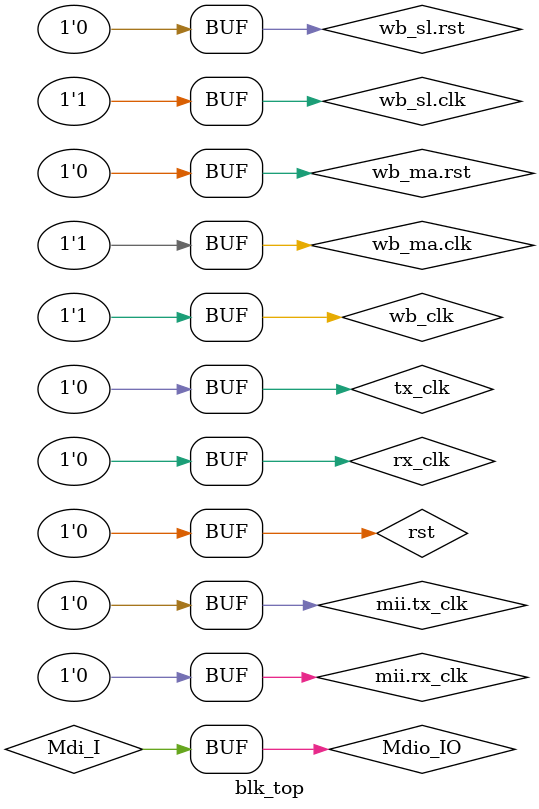
<source format=sv>
/*********************************************************************
 * SYNOPSYS CONFIDENTIAL                                             *
 *                                                                   *
 * This is an unpublished, proprietary work of Synopsys, Inc., and   *
 * is fully protected under copyright and trade secret laws. You may *
 * not view, use, disclose, copy, or distribute this file or any     *
 * information contained herein except pursuant to a valid written   *
 * license from Synopsys.                                            *
 *********************************************************************/

// 
// -------------------------------------------------------------
//    Copyright 2004-2008 Synopsys, Inc.
//    All Rights Reserved Worldwide
// 
//    Licensed under the Apache License, Version 2.0 (the
//    "License"); you may not use this file except in
//    compliance with the License.  You may obtain a copy of
//    the License at
// 
//        http://www.apache.org/licenses/LICENSE-2.0
// 
//    Unless required by applicable law or agreed to in
//    writing, software distributed under the License is
//    distributed on an "AS IS" BASIS, WITHOUT WARRANTIES OR
//    CONDITIONS OF ANY KIND, either express or implied.  See
//    the License for the specific language governing
//    permissions and limitations under the License.
// -------------------------------------------------------------
//


`include "timescale.v"

`include "wb_if.sv"
`include "mii_if.sv"

// Example 4-8
module blk_top;

// Clock and reset drivers
bit tx_clk;
bit rx_clk;
bit wb_clk;
bit rst = 0;


//
// Wishbone Signals
//
wb_if wb_sl();   // Slave interface on DUT
wb_if wb_ma();   // Master interface on DUT
wire wb_int;

assign wb_ma.clk = wb_clk;
assign wb_sl.clk = wb_clk;
assign wb_ma.rst = rst;
assign wb_sl.rst = rst;
assign wb_ma.adr[63:32] = 32'h0000_0000;

//
// MII Signals
//
// Example 4-5
mii_if mii();

assign mii.tx_clk = tx_clk;
`ifndef ASCII_WAVES
assign mii.rx_clk = rx_clk;
`else
assign mii.rx_clk = tx_clk;
always @(posedge tx_clk)
begin
   $write("%t: %h %b %h %b %b %b %b\n", $time(),
          mii.txd, mii.tx_en,
          mii.rxd, mii.rx_dv, mii.rx_err,
          mii.crs, mii.col);
end
`endif
/*
//always @(posedge wb_ma.clk)
always @(wb_ma.cyc, 
            wb_ma.stb, 
            wb_ma.adr,
            wb_ma.sel,
            wb_ma.we, 
            wb_ma.rdat,
            wb_ma.wdat,
            wb_ma.ack,
            wb_ma.clk)
  begin
     $write("%t: %b | %b %b %h %b %b %h %h %b\n", $time(),
            wb_ma.clk, 
            wb_ma.cyc, 
            wb_ma.stb, 
            wb_ma.adr,
            wb_ma.sel,
            wb_ma.we, 
            wb_ma.rdat,
            wb_ma.wdat,
            wb_ma.ack);
  end
*/

wire          Mdi_I;
wire          Mdo_O;
wire          Mdo_OE;
tri           Mdio_IO;
wire          Mdc_O;

//
// DUT
//
eth_top dut (// WISHBONE common
             .wb_clk_i(wb_sl.clk),
             .wb_rst_i(wb_sl.rst), 
             .int_o   (wb_int),

             // WISHBONE slave
             .wb_adr_i(wb_sl.adr[11:2]),
             .wb_sel_i(wb_sl.sel[3:0]),
             .wb_we_i (wb_sl.we), 
             .wb_cyc_i(wb_sl.cyc),
             .wb_stb_i(wb_sl.stb),
             .wb_ack_o(wb_sl.ack), 
             .wb_err_o(wb_sl.err),
             .wb_dat_i(wb_sl.wdat[31:0]),
             .wb_dat_o(wb_sl.rdat[31:0]), 
 	
             // WISHBONE master
             .m_wb_adr_o(wb_ma.adr[31:0]),
             .m_wb_sel_o(wb_ma.sel[3:0]),
             .m_wb_we_o (wb_ma.we), 
             .m_wb_dat_i(wb_ma.rdat[31:0]),
             .m_wb_dat_o(wb_ma.wdat[31:0]),
             .m_wb_cyc_o(wb_ma.cyc), 
             .m_wb_stb_o(wb_ma.stb),
             .m_wb_ack_i(wb_ma.ack),
             .m_wb_err_i(wb_ma.err), 

`ifdef ETH_WISHBONE_B3
             .m_wb_cti_o(wb_ma.cti),
             .m_wb_bte_o(wb_ma.bte),
`endif

             // MII TX
             .mtx_clk_pad_i(mii.tx_clk),
             .mtxd_pad_o   (mii.txd),
             .mtxen_pad_o  (mii.tx_en),
             .mtxerr_pad_o (mii.tx_err),

             // MII RX
             .mrx_clk_pad_i(mii.rx_clk),
             .mrxd_pad_i   (mii.rxd),
             .mrxdv_pad_i  (mii.rx_dv),
             .mrxerr_pad_i (mii.rx_err), 
             .mcoll_pad_i  (mii.col),
             .mcrs_pad_i   (mii.crs), 
  
             // MII Management
             .mdc_pad_o (Mdc_O),
             .md_pad_i  (Mdi_I),
             .md_pad_o  (Mdo_O),
             .md_padoe_o(Mdo_OE)
  
             // Bist
`ifdef ETH_BIST
             ,
             .mbist_si_i   (1'b0),
             .mbist_so_o   (),
             .mbist_ctrl_i (3'b001) // {enable, clock, reset}
`endif
);


//
// Tristated busses
//
assign Mdio_IO = Mdo_OE ? Mdo_O : 1'bz ;
assign Mdi_I   = Mdio_IO;


//
// Clock generators
//
always
begin
  #5; wb_clk = 0;
  #5; wb_clk = 1;
end

always
begin // 100Mb
   #(20) rx_clk = 1;
   #(20) rx_clk = 0;
end

always
begin // 100Mb
   #(20) tx_clk = 1;
   #(20) tx_clk = 0;
end

endmodule: blk_top

</source>
